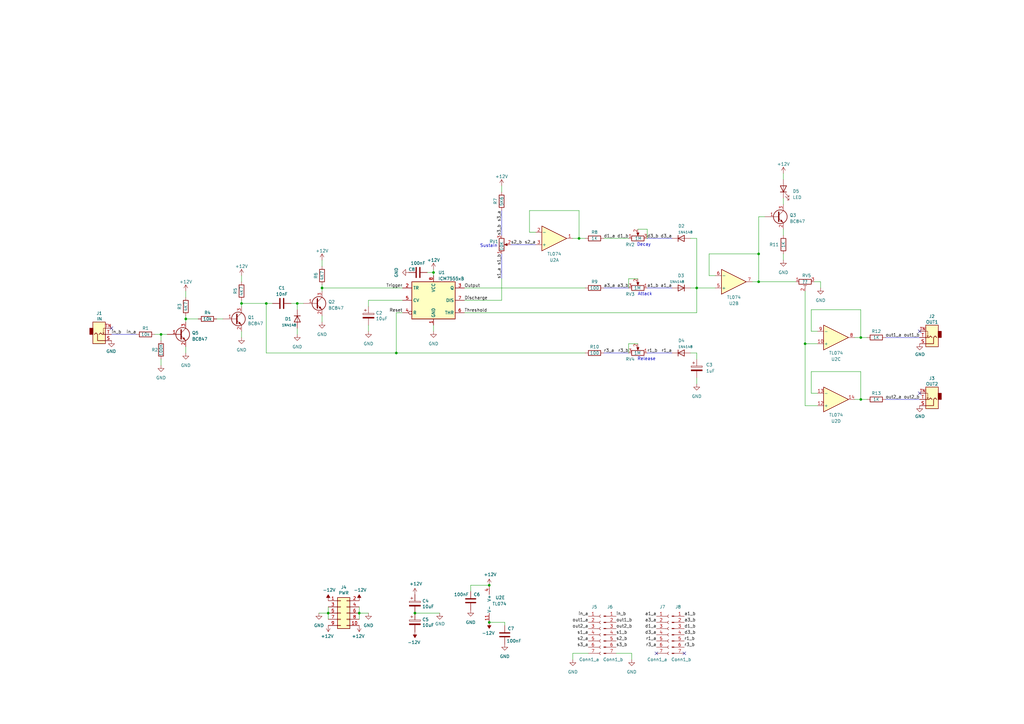
<source format=kicad_sch>
(kicad_sch (version 20230121) (generator eeschema)
  (paper "A3")
  (lib_symbols
    (symbol "Amplifier_Operational:TL074" (pin_names (offset 0.127))
      (property "Reference" "U" (at 0 5.08 0))
      (property "Value" "TL074" (at 0 -5.08 0))
      (symbol "TL074_1_1"
        (polyline (pts (xy -5.08 5.08) (xy 5.08 0) (xy -5.08 -5.08) (xy -5.08 5.08)) (stroke (width 0.254)) (fill (type background)))
        (pin output line (at 7.62 0 180) (length 2.54) (name "~") (number "1"))
        (pin input line (at -7.62 -2.54 0) (length 2.54) (name "-") (number "2"))
        (pin input line (at -7.62 2.54 0) (length 2.54) (name "+") (number "3"))
      )
      (symbol "TL074_2_1"
        (polyline (pts (xy -5.08 5.08) (xy 5.08 0) (xy -5.08 -5.08) (xy -5.08 5.08)) (stroke (width 0.254)) (fill (type background)))
        (pin input line (at -7.62 2.54 0) (length 2.54) (name "+") (number "5"))
        (pin input line (at -7.62 -2.54 0) (length 2.54) (name "-") (number "6"))
        (pin output line (at 7.62 0 180) (length 2.54) (name "~") (number "7"))
      )
      (symbol "TL074_3_1"
        (polyline (pts (xy -5.08 5.08) (xy 5.08 0) (xy -5.08 -5.08) (xy -5.08 5.08)) (stroke (width 0.254)) (fill (type background)))
        (pin input line (at -7.62 2.54 0) (length 2.54) (name "+") (number "10"))
        (pin output line (at 7.62 0 180) (length 2.54) (name "~") (number "8"))
        (pin input line (at -7.62 -2.54 0) (length 2.54) (name "-") (number "9"))
      )
      (symbol "TL074_4_1"
        (polyline (pts (xy -5.08 5.08) (xy 5.08 0) (xy -5.08 -5.08) (xy -5.08 5.08)) (stroke (width 0.254)) (fill (type background)))
        (pin input line (at -7.62 2.54 0) (length 2.54) (name "+") (number "12"))
        (pin input line (at -7.62 -2.54 0) (length 2.54) (name "-") (number "13"))
        (pin output line (at 7.62 0 180) (length 2.54) (name "~") (number "14"))
      )
      (symbol "TL074_5_1"
        (pin power_in line (at -2.54 -7.62 90) (length 3.81) (name "V-") (number "11"))
        (pin power_in line (at -2.54 7.62 270) (length 3.81) (name "V+") (number "4"))
      )
    )
    (symbol "CEM3340_VCO-rescue:AudioJack2_SwitchT-Connector"
      (property "Reference" "J" (at 0 8.89 0))
      (property "Value" "Connector_AudioJack2_SwitchT" (at 0 6.35 0))
      (symbol "AudioJack2_SwitchT-Connector_0_1"
        (rectangle (start -2.54 0) (end -3.81 -2.54) (stroke (width 0.254)) (fill (type outline)))
        (polyline (pts (xy 1.778 -0.254) (xy 2.032 -0.762)))
        (polyline (pts (xy 0 0) (xy 0.635 -0.635) (xy 1.27 0) (xy 2.54 0)) (stroke (width 0.254)))
        (polyline (pts (xy 2.54 -2.54) (xy 1.778 -2.54) (xy 1.778 -0.254) (xy 1.524 -0.762)))
        (polyline (pts (xy 2.54 2.54) (xy -0.635 2.54) (xy -0.635 0) (xy -1.27 -0.635) (xy -1.905 0)) (stroke (width 0.254)))
        (rectangle (start 2.54 3.81) (end -2.54 -5.08) (stroke (width 0.254)) (fill (type background)))
      )
      (symbol "AudioJack2_SwitchT-Connector_1_1"
        (pin passive line (at 5.08 2.54 180) (length 2.54) (name "~") (number "S"))
        (pin passive line (at 5.08 0 180) (length 2.54) (name "~") (number "T"))
        (pin passive line (at 5.08 -2.54 180) (length 2.54) (name "~") (number "TN"))
      )
    )
    (symbol "CEM3340_VCO-rescue:CP-Device" (pin_numbers hide) (pin_names (offset 0.254))
      (property "Reference" "C" (at 0.635 2.54 0))
      (property "Value" "Device_CP" (at 0.635 -2.54 0))
      (symbol "CP-Device_0_1"
        (rectangle (start -2.286 0.508) (end 2.286 1.016))
        (polyline (pts (xy -1.778 2.286) (xy -0.762 2.286)))
        (polyline (pts (xy -1.27 2.794) (xy -1.27 1.778)))
        (rectangle (start 2.286 -0.508) (end -2.286 -1.016) (fill (type outline)))
      )
      (symbol "CP-Device_1_1"
        (pin passive line (at 0 3.81 270) (length 2.794) (name "~") (number "1"))
        (pin passive line (at 0 -3.81 90) (length 2.794) (name "~") (number "2"))
      )
    )
    (symbol "CEM3340_VCO-rescue:R_POT_TRIM-Device" (pin_names (offset 1.016) hide)
      (property "Reference" "RV" (at -4.445 0 90))
      (property "Value" "Device_R_POT_TRIM" (at -2.54 0 90))
      (symbol "R_POT_TRIM-Device_0_1"
        (polyline (pts (xy 1.524 0.762) (xy 1.524 -0.762)))
        (polyline (pts (xy 2.54 0) (xy 1.524 0)))
        (rectangle (start 1.016 2.54) (end -1.016 -2.54) (stroke (width 0.254)))
      )
      (symbol "R_POT_TRIM-Device_1_1"
        (pin passive line (at 0 3.81 270) (length 1.27) (name "1") (number "1"))
        (pin passive line (at 3.81 0 180) (length 1.27) (name "2") (number "2"))
        (pin passive line (at 0 -3.81 90) (length 1.27) (name "3") (number "3"))
      )
    )
    (symbol "Connector:Conn_01x07_Pin" (pin_names (offset 1.016) hide)
      (property "Reference" "J" (at 0 10.16 0))
      (property "Value" "Conn_01x07_Pin" (at 0 -10.16 0))
      (symbol "Conn_01x07_Pin_1_1"
        (polyline (pts (xy 1.27 -7.62) (xy 0.8636 -7.62)) (stroke (width 0.1524)))
        (polyline (pts (xy 1.27 -5.08) (xy 0.8636 -5.08)) (stroke (width 0.1524)))
        (polyline (pts (xy 1.27 -2.54) (xy 0.8636 -2.54)) (stroke (width 0.1524)))
        (polyline (pts (xy 1.27 0) (xy 0.8636 0)) (stroke (width 0.1524)))
        (polyline (pts (xy 1.27 2.54) (xy 0.8636 2.54)) (stroke (width 0.1524)))
        (polyline (pts (xy 1.27 5.08) (xy 0.8636 5.08)) (stroke (width 0.1524)))
        (polyline (pts (xy 1.27 7.62) (xy 0.8636 7.62)) (stroke (width 0.1524)))
        (rectangle (start 0.8636 -7.493) (end 0 -7.747) (stroke (width 0.1524)) (fill (type outline)))
        (rectangle (start 0.8636 -4.953) (end 0 -5.207) (stroke (width 0.1524)) (fill (type outline)))
        (rectangle (start 0.8636 -2.413) (end 0 -2.667) (stroke (width 0.1524)) (fill (type outline)))
        (rectangle (start 0.8636 0.127) (end 0 -0.127) (stroke (width 0.1524)) (fill (type outline)))
        (rectangle (start 0.8636 2.667) (end 0 2.413) (stroke (width 0.1524)) (fill (type outline)))
        (rectangle (start 0.8636 5.207) (end 0 4.953) (stroke (width 0.1524)) (fill (type outline)))
        (rectangle (start 0.8636 7.747) (end 0 7.493) (stroke (width 0.1524)) (fill (type outline)))
        (pin passive line (at 5.08 7.62 180) (length 3.81) (name "Pin_1") (number "1"))
        (pin passive line (at 5.08 5.08 180) (length 3.81) (name "Pin_2") (number "2"))
        (pin passive line (at 5.08 2.54 180) (length 3.81) (name "Pin_3") (number "3"))
        (pin passive line (at 5.08 0 180) (length 3.81) (name "Pin_4") (number "4"))
        (pin passive line (at 5.08 -2.54 180) (length 3.81) (name "Pin_5") (number "5"))
        (pin passive line (at 5.08 -5.08 180) (length 3.81) (name "Pin_6") (number "6"))
        (pin passive line (at 5.08 -7.62 180) (length 3.81) (name "Pin_7") (number "7"))
      )
    )
    (symbol "Connector:Conn_01x07_Socket" (pin_names (offset 1.016) hide)
      (property "Reference" "J" (at 0 10.16 0))
      (property "Value" "Conn_01x07_Socket" (at 0 -10.16 0))
      (symbol "Conn_01x07_Socket_1_1"
        (arc (start 0 -7.112) (mid -0.5058 -7.62) (end 0 -8.128) (stroke (width 0.1524)))
        (arc (start 0 -4.572) (mid -0.5058 -5.08) (end 0 -5.588) (stroke (width 0.1524)))
        (arc (start 0 -2.032) (mid -0.5058 -2.54) (end 0 -3.048) (stroke (width 0.1524)))
        (polyline (pts (xy -1.27 -7.62) (xy -0.508 -7.62)) (stroke (width 0.1524)))
        (polyline (pts (xy -1.27 -5.08) (xy -0.508 -5.08)) (stroke (width 0.1524)))
        (polyline (pts (xy -1.27 -2.54) (xy -0.508 -2.54)) (stroke (width 0.1524)))
        (polyline (pts (xy -1.27 0) (xy -0.508 0)) (stroke (width 0.1524)))
        (polyline (pts (xy -1.27 2.54) (xy -0.508 2.54)) (stroke (width 0.1524)))
        (polyline (pts (xy -1.27 5.08) (xy -0.508 5.08)) (stroke (width 0.1524)))
        (polyline (pts (xy -1.27 7.62) (xy -0.508 7.62)) (stroke (width 0.1524)))
        (arc (start 0 0.508) (mid -0.5058 0) (end 0 -0.508) (stroke (width 0.1524)))
        (arc (start 0 3.048) (mid -0.5058 2.54) (end 0 2.032) (stroke (width 0.1524)))
        (arc (start 0 5.588) (mid -0.5058 5.08) (end 0 4.572) (stroke (width 0.1524)))
        (arc (start 0 8.128) (mid -0.5058 7.62) (end 0 7.112) (stroke (width 0.1524)))
        (pin passive line (at -5.08 7.62 0) (length 3.81) (name "Pin_1") (number "1"))
        (pin passive line (at -5.08 5.08 0) (length 3.81) (name "Pin_2") (number "2"))
        (pin passive line (at -5.08 2.54 0) (length 3.81) (name "Pin_3") (number "3"))
        (pin passive line (at -5.08 0 0) (length 3.81) (name "Pin_4") (number "4"))
        (pin passive line (at -5.08 -2.54 0) (length 3.81) (name "Pin_5") (number "5"))
        (pin passive line (at -5.08 -5.08 0) (length 3.81) (name "Pin_6") (number "6"))
        (pin passive line (at -5.08 -7.62 0) (length 3.81) (name "Pin_7") (number "7"))
      )
    )
    (symbol "Connector_Generic:Conn_02x05_Odd_Even" (pin_names (offset 1.016) hide)
      (property "Reference" "J" (at 1.27 7.62 0))
      (property "Value" "Conn_02x05_Odd_Even" (at 1.27 -7.62 0))
      (symbol "Conn_02x05_Odd_Even_1_1"
        (rectangle (start -1.27 -4.953) (end 0 -5.207) (stroke (width 0.1524)))
        (rectangle (start -1.27 -2.413) (end 0 -2.667) (stroke (width 0.1524)))
        (rectangle (start -1.27 0.127) (end 0 -0.127) (stroke (width 0.1524)))
        (rectangle (start -1.27 2.667) (end 0 2.413) (stroke (width 0.1524)))
        (rectangle (start -1.27 5.207) (end 0 4.953) (stroke (width 0.1524)))
        (rectangle (start -1.27 6.35) (end 3.81 -6.35) (stroke (width 0.254)) (fill (type background)))
        (rectangle (start 3.81 -4.953) (end 2.54 -5.207) (stroke (width 0.1524)))
        (rectangle (start 3.81 -2.413) (end 2.54 -2.667) (stroke (width 0.1524)))
        (rectangle (start 3.81 0.127) (end 2.54 -0.127) (stroke (width 0.1524)))
        (rectangle (start 3.81 2.667) (end 2.54 2.413) (stroke (width 0.1524)))
        (rectangle (start 3.81 5.207) (end 2.54 4.953) (stroke (width 0.1524)))
        (pin passive line (at -5.08 5.08 0) (length 3.81) (name "Pin_1") (number "1"))
        (pin passive line (at 7.62 -5.08 180) (length 3.81) (name "Pin_10") (number "10"))
        (pin passive line (at 7.62 5.08 180) (length 3.81) (name "Pin_2") (number "2"))
        (pin passive line (at -5.08 2.54 0) (length 3.81) (name "Pin_3") (number "3"))
        (pin passive line (at 7.62 2.54 180) (length 3.81) (name "Pin_4") (number "4"))
        (pin passive line (at -5.08 0 0) (length 3.81) (name "Pin_5") (number "5"))
        (pin passive line (at 7.62 0 180) (length 3.81) (name "Pin_6") (number "6"))
        (pin passive line (at -5.08 -2.54 0) (length 3.81) (name "Pin_7") (number "7"))
        (pin passive line (at 7.62 -2.54 180) (length 3.81) (name "Pin_8") (number "8"))
        (pin passive line (at -5.08 -5.08 0) (length 3.81) (name "Pin_9") (number "9"))
      )
    )
    (symbol "Device:C" (pin_numbers hide) (pin_names (offset 0.254))
      (property "Reference" "C" (at 0.635 2.54 0))
      (property "Value" "C" (at 0.635 -2.54 0))
      (symbol "C_0_1"
        (polyline (pts (xy -2.032 -0.762) (xy 2.032 -0.762)) (stroke (width 0.508)))
        (polyline (pts (xy -2.032 0.762) (xy 2.032 0.762)) (stroke (width 0.508)))
      )
      (symbol "C_1_1"
        (pin passive line (at 0 3.81 270) (length 2.794) (name "~") (number "1"))
        (pin passive line (at 0 -3.81 90) (length 2.794) (name "~") (number "2"))
      )
    )
    (symbol "Device:C_Polarized" (pin_numbers hide) (pin_names (offset 0.254))
      (property "Reference" "C" (at 0.635 2.54 0))
      (property "Value" "C_Polarized" (at 0.635 -2.54 0))
      (symbol "C_Polarized_0_1"
        (rectangle (start -2.286 0.508) (end 2.286 1.016))
        (polyline (pts (xy -1.778 2.286) (xy -0.762 2.286)))
        (polyline (pts (xy -1.27 2.794) (xy -1.27 1.778)))
        (rectangle (start 2.286 -0.508) (end -2.286 -1.016) (fill (type outline)))
      )
      (symbol "C_Polarized_1_1"
        (pin passive line (at 0 3.81 270) (length 2.794) (name "~") (number "1"))
        (pin passive line (at 0 -3.81 90) (length 2.794) (name "~") (number "2"))
      )
    )
    (symbol "Device:LED" (pin_numbers hide) (pin_names (offset 1.016) hide)
      (property "Reference" "D" (at 0 2.54 0))
      (property "Value" "LED" (at 0 -2.54 0))
      (symbol "LED_0_1"
        (polyline (pts (xy -1.27 -1.27) (xy -1.27 1.27)) (stroke (width 0.254)))
        (polyline (pts (xy -1.27 0) (xy 1.27 0)))
        (polyline (pts (xy 1.27 -1.27) (xy 1.27 1.27) (xy -1.27 0) (xy 1.27 -1.27)) (stroke (width 0.254)))
        (polyline (pts (xy -3.048 -0.762) (xy -4.572 -2.286) (xy -3.81 -2.286) (xy -4.572 -2.286) (xy -4.572 -1.524)))
        (polyline (pts (xy -1.778 -0.762) (xy -3.302 -2.286) (xy -2.54 -2.286) (xy -3.302 -2.286) (xy -3.302 -1.524)))
      )
      (symbol "LED_1_1"
        (pin passive line (at -3.81 0 0) (length 2.54) (name "K") (number "1"))
        (pin passive line (at 3.81 0 180) (length 2.54) (name "A") (number "2"))
      )
    )
    (symbol "Device:R" (pin_numbers hide) (pin_names (offset 0))
      (property "Reference" "R" (at 2.032 0 90))
      (property "Value" "R" (at 0 0 90))
      (symbol "R_0_1"
        (rectangle (start -1.016 -2.54) (end 1.016 2.54) (stroke (width 0.254)))
      )
      (symbol "R_1_1"
        (pin passive line (at 0 3.81 270) (length 1.27) (name "~") (number "1"))
        (pin passive line (at 0 -3.81 90) (length 1.27) (name "~") (number "2"))
      )
    )
    (symbol "Device:R_Potentiometer" (pin_names (offset 1.016) hide)
      (property "Reference" "RV" (at -4.445 0 90))
      (property "Value" "R_Potentiometer" (at -2.54 0 90))
      (symbol "R_Potentiometer_0_1"
        (polyline (pts (xy 2.54 0) (xy 1.524 0)))
        (polyline (pts (xy 1.143 0) (xy 2.286 0.508) (xy 2.286 -0.508) (xy 1.143 0)) (fill (type outline)))
        (rectangle (start 1.016 2.54) (end -1.016 -2.54) (stroke (width 0.254)))
      )
      (symbol "R_Potentiometer_1_1"
        (pin passive line (at 0 3.81 270) (length 1.27) (name "1") (number "1"))
        (pin passive line (at 3.81 0 180) (length 1.27) (name "2") (number "2"))
        (pin passive line (at 0 -3.81 90) (length 1.27) (name "3") (number "3"))
      )
    )
    (symbol "Diode:1N4148" (pin_numbers hide) (pin_names hide)
      (property "Reference" "D" (at 0 2.54 0))
      (property "Value" "1N4148" (at 0 -2.54 0))
      (symbol "1N4148_0_1"
        (polyline (pts (xy -1.27 1.27) (xy -1.27 -1.27)) (stroke (width 0.254)))
        (polyline (pts (xy 1.27 0) (xy -1.27 0)))
        (polyline (pts (xy 1.27 1.27) (xy 1.27 -1.27) (xy -1.27 0) (xy 1.27 1.27)) (stroke (width 0.254)))
      )
      (symbol "1N4148_1_1"
        (pin passive line (at -3.81 0 0) (length 2.54) (name "K") (number "1"))
        (pin passive line (at 3.81 0 180) (length 2.54) (name "A") (number "2"))
      )
    )
    (symbol "Timer:ICM7555xB"
      (property "Reference" "U" (at -10.16 8.89 0))
      (property "Value" "ICM7555xB" (at 2.54 8.89 0))
      (symbol "ICM7555xB_0_0"
        (pin power_in line (at 0 -10.16 90) (length 2.54) (name "GND") (number "1"))
        (pin power_in line (at 0 10.16 270) (length 2.54) (name "VCC") (number "8"))
      )
      (symbol "ICM7555xB_0_1"
        (rectangle (start -8.89 -7.62) (end 8.89 7.62) (stroke (width 0.254)) (fill (type background)))
        (rectangle (start -8.89 -7.62) (end 8.89 7.62) (stroke (width 0.254)) (fill (type background)))
      )
      (symbol "ICM7555xB_1_1"
        (pin input line (at -12.7 5.08 0) (length 3.81) (name "TR") (number "2"))
        (pin output line (at 12.7 5.08 180) (length 3.81) (name "Q") (number "3"))
        (pin input inverted (at -12.7 -5.08 0) (length 3.81) (name "R") (number "4"))
        (pin input line (at -12.7 0 0) (length 3.81) (name "CV") (number "5"))
        (pin input line (at 12.7 -5.08 180) (length 3.81) (name "THR") (number "6"))
        (pin input line (at 12.7 0 180) (length 3.81) (name "DIS") (number "7"))
      )
    )
    (symbol "Transistor_BJT:BC847" (pin_names (offset 0) hide)
      (property "Reference" "Q" (at 5.08 1.905 0))
      (property "Value" "BC847" (at 5.08 0 0))
      (symbol "BC847_0_1"
        (polyline (pts (xy 0.635 0.635) (xy 2.54 2.54)))
        (polyline (pts (xy 0.635 -0.635) (xy 2.54 -2.54) (xy 2.54 -2.54)))
        (polyline (pts (xy 0.635 1.905) (xy 0.635 -1.905) (xy 0.635 -1.905)) (stroke (width 0.508)))
        (polyline (pts (xy 1.27 -1.778) (xy 1.778 -1.27) (xy 2.286 -2.286) (xy 1.27 -1.778) (xy 1.27 -1.778)) (fill (type outline)))
        (circle (center 1.27 0) (radius 2.8194) (stroke (width 0.254)))
      )
      (symbol "BC847_1_1"
        (pin input line (at -5.08 0 0) (length 5.715) (name "B") (number "1"))
        (pin passive line (at 2.54 -5.08 90) (length 2.54) (name "E") (number "2"))
        (pin passive line (at 2.54 5.08 270) (length 2.54) (name "C") (number "3"))
      )
    )
    (symbol "power:+12V" (power) (pin_names (offset 0))
      (property "Value" "+12V" (at 0 3.556 0))
      (symbol "+12V_0_1"
        (polyline (pts (xy -0.762 1.27) (xy 0 2.54)))
        (polyline (pts (xy 0 0) (xy 0 2.54)))
        (polyline (pts (xy 0 2.54) (xy 0.762 1.27)))
      )
      (symbol "+12V_1_1"
        (pin power_in line (at 0 0 90) (length 0) hide (name "+12V") (number "1"))
      )
    )
    (symbol "power:-12V" (power) (pin_names (offset 0))
      (property "Value" "-12V" (at 0 3.81 0))
      (symbol "-12V_0_0"
        (pin power_in line (at 0 0 90) (length 0) hide (name "-12V") (number "1"))
      )
      (symbol "-12V_0_1"
        (polyline (pts (xy 0 0) (xy 0 1.27) (xy 0.762 1.27) (xy 0 2.54) (xy -0.762 1.27) (xy 0 1.27)) (fill (type outline)))
      )
    )
    (symbol "power:GND" (power) (pin_names (offset 0))
      (property "Value" "GND" (at 0 -3.81 0))
      (symbol "GND_0_1"
        (polyline (pts (xy 0 0) (xy 0 -1.27) (xy 1.27 -1.27) (xy 0 -2.54) (xy -1.27 -1.27) (xy 0 -1.27)))
      )
      (symbol "GND_1_1"
        (pin power_in line (at 0 0 270) (length 0) hide (name "GND") (number "1"))
      )
    )
  )
  (junction (at 200.66 255.27))
  (junction (at 66.04 137.16))
  (junction (at 285.75 118.11))
  (junction (at 353.06 138.43))
  (junction (at 121.92 124.46))
  (junction (at 237.49 97.79))
  (junction (at 109.22 124.46))
  (junction (at 147.32 251.46))
  (junction (at 132.08 118.11))
  (junction (at 170.18 251.46))
  (junction (at 134.62 251.46))
  (junction (at 200.66 240.03))
  (junction (at 99.06 124.46))
  (junction (at 76.2 130.81))
  (junction (at 177.8 111.76))
  (junction (at 311.15 104.14))
  (junction (at 330.2 140.97))
  (junction (at 311.15 115.57))
  (junction (at 162.56 144.78))
  (junction (at 353.06 163.83))
  (no_connect (at 377.19 135.89))
  (no_connect (at 280.67 267.97))
  (no_connect (at 269.24 267.97))
  (no_connect (at 377.19 161.29))
  (no_connect (at 45.72 134.62))
  (wire (pts (xy 66.04 137.16) (xy 66.04 139.7)))
  (wire (pts (xy 285.75 97.79) (xy 285.75 118.11)))
  (wire (pts (xy 88.9 130.81) (xy 91.44 130.81)))
  (wire (pts (xy 147.32 248.92) (xy 147.32 251.46)))
  (wire (pts (xy 283.21 118.11) (xy 285.75 118.11)))
  (wire (pts (xy 257.81 140.97) (xy 257.81 144.78)))
  (wire (pts (xy 207.01 256.54) (xy 207.01 255.27)))
  (wire (pts (xy 259.08 267.97) (xy 252.73 267.97)))
  (wire (pts (xy 121.92 124.46) (xy 124.46 124.46)))
  (wire (pts (xy 237.49 97.79) (xy 240.03 97.79)))
  (wire (pts (xy 321.31 81.28) (xy 321.31 83.82)))
  (wire (pts (xy 162.56 144.78) (xy 109.22 144.78)))
  (wire (pts (xy 66.04 137.16) (xy 68.58 137.16)))
  (wire (pts (xy 134.62 251.46) (xy 130.81 251.46)))
  (polyline (pts (xy 265.43 144.78) (xy 275.59 144.78)))
  (wire (pts (xy 259.08 270.51) (xy 259.08 267.97)))
  (wire (pts (xy 285.75 128.27) (xy 285.75 118.11)))
  (wire (pts (xy 332.74 127) (xy 353.06 127)))
  (wire (pts (xy 99.06 124.46) (xy 99.06 125.73)))
  (wire (pts (xy 293.37 113.03) (xy 290.83 113.03)))
  (wire (pts (xy 330.2 140.97) (xy 330.2 166.37)))
  (wire (pts (xy 205.74 123.19) (xy 190.5 123.19)))
  (polyline (pts (xy 45.72 137.16) (xy 55.88 137.16)))
  (wire (pts (xy 132.08 106.68) (xy 132.08 109.22)))
  (wire (pts (xy 285.75 118.11) (xy 293.37 118.11)))
  (wire (pts (xy 353.06 138.43) (xy 350.52 138.43)))
  (wire (pts (xy 336.55 115.57) (xy 334.01 115.57)))
  (wire (pts (xy 219.71 95.25) (xy 217.17 95.25)))
  (wire (pts (xy 257.81 114.3) (xy 257.81 118.11)))
  (wire (pts (xy 151.13 251.46) (xy 147.32 251.46)))
  (wire (pts (xy 190.5 128.27) (xy 285.75 128.27)))
  (wire (pts (xy 151.13 133.35) (xy 151.13 135.89)))
  (wire (pts (xy 121.92 127) (xy 121.92 124.46)))
  (wire (pts (xy 285.75 154.94) (xy 285.75 157.48)))
  (wire (pts (xy 134.62 248.92) (xy 134.62 251.46)))
  (polyline (pts (xy 363.22 138.43) (xy 377.19 138.43)))
  (wire (pts (xy 311.15 88.9) (xy 311.15 104.14)))
  (polyline (pts (xy 205.74 104.14) (xy 205.74 114.3)))
  (wire (pts (xy 76.2 129.54) (xy 76.2 130.81)))
  (wire (pts (xy 99.06 113.03) (xy 99.06 115.57)))
  (wire (pts (xy 332.74 152.4) (xy 353.06 152.4)))
  (wire (pts (xy 177.8 110.49) (xy 177.8 111.76)))
  (polyline (pts (xy 247.65 144.78) (xy 257.81 144.78)))
  (wire (pts (xy 290.83 113.03) (xy 290.83 104.14)))
  (wire (pts (xy 353.06 152.4) (xy 353.06 163.83)))
  (wire (pts (xy 311.15 104.14) (xy 311.15 115.57)))
  (wire (pts (xy 205.74 114.3) (xy 205.74 123.19)))
  (wire (pts (xy 207.01 255.27) (xy 200.66 255.27)))
  (wire (pts (xy 330.2 119.38) (xy 330.2 140.97)))
  (wire (pts (xy 335.28 135.89) (xy 332.74 135.89)))
  (wire (pts (xy 165.1 128.27) (xy 162.56 128.27)))
  (polyline (pts (xy 363.22 163.83) (xy 377.19 163.83)))
  (wire (pts (xy 321.31 93.98) (xy 321.31 96.52)))
  (wire (pts (xy 99.06 135.89) (xy 99.06 138.43)))
  (wire (pts (xy 290.83 104.14) (xy 311.15 104.14)))
  (wire (pts (xy 285.75 144.78) (xy 283.21 144.78)))
  (wire (pts (xy 180.34 251.46) (xy 170.18 251.46)))
  (wire (pts (xy 237.49 97.79) (xy 234.95 97.79)))
  (wire (pts (xy 147.32 254) (xy 147.32 251.46)))
  (wire (pts (xy 237.49 86.36) (xy 237.49 97.79)))
  (wire (pts (xy 151.13 123.19) (xy 165.1 123.19)))
  (wire (pts (xy 332.74 135.89) (xy 332.74 127)))
  (wire (pts (xy 217.17 95.25) (xy 217.17 86.36)))
  (wire (pts (xy 330.2 140.97) (xy 335.28 140.97)))
  (wire (pts (xy 63.5 137.16) (xy 66.04 137.16)))
  (wire (pts (xy 335.28 161.29) (xy 332.74 161.29)))
  (wire (pts (xy 321.31 104.14) (xy 321.31 106.68)))
  (wire (pts (xy 121.92 124.46) (xy 119.38 124.46)))
  (wire (pts (xy 109.22 144.78) (xy 109.22 124.46)))
  (wire (pts (xy 99.06 123.19) (xy 99.06 124.46)))
  (wire (pts (xy 205.74 76.2) (xy 205.74 78.74)))
  (wire (pts (xy 132.08 118.11) (xy 132.08 119.38)))
  (wire (pts (xy 261.62 93.98) (xy 265.43 93.98)))
  (wire (pts (xy 353.06 163.83) (xy 350.52 163.83)))
  (wire (pts (xy 311.15 115.57) (xy 308.61 115.57)))
  (wire (pts (xy 353.06 163.83) (xy 355.6 163.83)))
  (wire (pts (xy 265.43 93.98) (xy 265.43 97.79)))
  (wire (pts (xy 151.13 125.73) (xy 151.13 123.19)))
  (polyline (pts (xy 265.43 118.11) (xy 275.59 118.11)))
  (wire (pts (xy 234.95 270.51) (xy 234.95 267.97)))
  (wire (pts (xy 66.04 147.32) (xy 66.04 149.86)))
  (wire (pts (xy 76.2 142.24) (xy 76.2 144.78)))
  (wire (pts (xy 162.56 144.78) (xy 240.03 144.78)))
  (wire (pts (xy 76.2 130.81) (xy 81.28 130.81)))
  (wire (pts (xy 132.08 118.11) (xy 165.1 118.11)))
  (wire (pts (xy 217.17 86.36) (xy 237.49 86.36)))
  (wire (pts (xy 162.56 128.27) (xy 162.56 144.78)))
  (wire (pts (xy 99.06 124.46) (xy 109.22 124.46)))
  (wire (pts (xy 285.75 147.32) (xy 285.75 144.78)))
  (wire (pts (xy 247.65 97.79) (xy 257.81 97.79)))
  (wire (pts (xy 190.5 118.11) (xy 240.03 118.11)))
  (wire (pts (xy 330.2 166.37) (xy 335.28 166.37)))
  (wire (pts (xy 200.66 240.03) (xy 193.04 240.03)))
  (wire (pts (xy 261.62 140.97) (xy 257.81 140.97)))
  (wire (pts (xy 193.04 240.03) (xy 193.04 242.57)))
  (polyline (pts (xy 209.55 100.33) (xy 219.71 100.33)))
  (wire (pts (xy 336.55 118.11) (xy 336.55 115.57)))
  (wire (pts (xy 76.2 130.81) (xy 76.2 132.08)))
  (wire (pts (xy 132.08 116.84) (xy 132.08 118.11)))
  (wire (pts (xy 261.62 114.3) (xy 257.81 114.3)))
  (wire (pts (xy 321.31 71.12) (xy 321.31 73.66)))
  (polyline (pts (xy 205.74 86.36) (xy 205.74 96.52)))
  (wire (pts (xy 109.22 124.46) (xy 111.76 124.46)))
  (wire (pts (xy 132.08 129.54) (xy 132.08 132.08)))
  (wire (pts (xy 121.92 134.62) (xy 121.92 137.16)))
  (wire (pts (xy 353.06 127) (xy 353.06 138.43)))
  (polyline (pts (xy 247.65 118.11) (xy 257.81 118.11)))
  (wire (pts (xy 76.2 119.38) (xy 76.2 121.92)))
  (wire (pts (xy 134.62 254) (xy 134.62 251.46)))
  (polyline (pts (xy 265.43 97.79) (xy 275.59 97.79)))
  (wire (pts (xy 177.8 111.76) (xy 177.8 113.03)))
  (wire (pts (xy 311.15 115.57) (xy 326.39 115.57)))
  (wire (pts (xy 311.15 88.9) (xy 313.69 88.9)))
  (wire (pts (xy 177.8 133.35) (xy 177.8 135.89)))
  (wire (pts (xy 353.06 138.43) (xy 355.6 138.43)))
  (wire (pts (xy 234.95 267.97) (xy 241.3 267.97)))
  (wire (pts (xy 332.74 161.29) (xy 332.74 152.4)))
  (wire (pts (xy 177.8 111.76) (xy 175.26 111.76)))
  (wire (pts (xy 283.21 97.79) (xy 285.75 97.79)))
  (text "Attack" (at 261.5311 121.3985 0) (effects (font (size 1.27 1.27)) (justify left bottom)))
  (text "Release" (at 261.3863 148.0291 0) (effects (font (size 1.27 1.27)) (justify left bottom)))
  (text "Decay" (at 261.2273 101.1182 0) (effects (font (size 1.27 1.27)) (justify left bottom)))
  (text "Sustain" (at 196.85 101.6 0) (effects (font (size 1.27 1.27)) (justify left bottom)))
  (label "a3_a" (at 269.24 255.27 180))
  (label "in_a" (at 55.88 137.16 180))
  (label "d3_b" (at 265.43 97.79 0))
  (label "in_a" (at 241.3 252.73 180))
  (label "s2_b" (at 209.55 100.33 0))
  (label "s1_a" (at 205.74 114.3 90))
  (label "Trigger" (at 165.1 118.11 180))
  (label "out1_b" (at 377.19 138.43 180))
  (label "d3_b" (at 280.67 260.35 0))
  (label "s3_b" (at 252.73 265.43 0))
  (label "s1_b" (at 205.74 104.14 270))
  (label "Reset" (at 165.1 128.27 180))
  (label "d3_a" (at 269.24 260.35 180))
  (label "a3_a" (at 247.65 118.11 0))
  (label "d3_a" (at 275.59 97.79 180))
  (label "a1_b" (at 265.43 118.11 0))
  (label "Threshold" (at 190.5 128.27 0))
  (label "s3_a" (at 205.74 86.36 270))
  (label "r1_a" (at 269.24 262.89 180))
  (label "Output" (at 190.5 118.11 0))
  (label "Discharge" (at 190.5 123.19 0))
  (label "d1_b" (at 280.67 257.81 0))
  (label "s2_b" (at 252.73 262.89 0))
  (label "r3_a" (at 247.65 144.78 0))
  (label "out1_a" (at 241.3 255.27 180))
  (label "s2_a" (at 241.3 262.89 180))
  (label "r1_a" (at 275.59 144.78 180))
  (label "r3_b" (at 257.81 144.78 180))
  (label "d1_b" (at 257.81 97.79 180))
  (label "s3_b" (at 205.74 96.52 90))
  (label "s2_a" (at 219.71 100.33 180))
  (label "r1_b" (at 280.67 262.89 0))
  (label "r3_b" (at 280.67 265.43 0))
  (label "in_b" (at 45.72 137.16 0))
  (label "in_b" (at 252.73 252.73 0))
  (label "out2_b" (at 252.73 257.81 0))
  (label "r1_b" (at 265.43 144.78 0))
  (label "d1_a" (at 269.24 257.81 180))
  (label "out2_a" (at 363.22 163.83 0))
  (label "a1_a" (at 269.24 252.73 180))
  (label "s3_a" (at 241.3 265.43 180))
  (label "a3_b" (at 280.67 255.27 0))
  (label "a1_b" (at 280.67 252.73 0))
  (label "s1_a" (at 241.3 260.35 180))
  (label "r3_a" (at 269.24 265.43 180))
  (label "s1_b" (at 252.73 260.35 0))
  (label "out2_b" (at 377.19 163.83 180))
  (label "out2_a" (at 241.3 257.81 180))
  (label "d1_a" (at 247.65 97.79 0))
  (label "out1_b" (at 252.73 255.27 0))
  (label "a3_b" (at 257.81 118.11 180))
  (label "out1_a" (at 363.22 138.43 0))
  (label "a1_a" (at 275.59 118.11 180))
  (symbol (lib_id "power:+12V") (at 99.06 113.03 0) (unit 1)
    (property "Reference" "#PWR05" (effects hide))
    (property "Value" "+12V" (at 99.06 109.22 0))
  )
  (symbol (lib_id "power:GND") (at 151.13 251.46 0) (unit 1)
    (property "Reference" "#PWR025" (effects hide))
    (property "Value" "GND" (at 151.13 256.54 0))
  )
  (symbol (lib_id "power:-12V") (at 200.66 255.27 180) (unit 1)
    (property "Reference" "#PWR030" (effects hide))
    (property "Value" "-12V" (at 200.279 259.6642 0))
  )
  (symbol (lib_id "power:GND") (at 259.08 270.51 0) (mirror y) (unit 1)
    (property "Reference" "#PWR034" (effects hide))
    (property "Value" "GND" (at 259.08 275.59 0))
  )
  (symbol (lib_id "Device:R") (at 359.41 138.43 270) (unit 1)
    (property "Reference" "R12" (at 359.41 135.89 90))
    (property "Value" "1K" (at 359.41 138.43 90))
    (property "Footprint" "Resistor_SMD:R_0603_1608Metric" (effects hide))
    (property "LCSC" "C21190" (effects hide))
  )
  (symbol (lib_id "Device:R_Potentiometer") (at 205.74 100.33 0) (mirror x) (unit 1)
    (property "Reference" "RV1" (at 204.47 99.06 0) (effects (justify right)))
    (property "Value" "10K" (at 205.74 102.87 90) (effects (justify right)))
    (property "Footprint" "Potentiometer_THT:Potentiometer_Alpha_RD901F-40-00D_Single_Vertical" (effects hide))
  )
  (symbol (lib_id "power:GND") (at 377.19 166.37 0) (unit 1)
    (property "Reference" "#PWR018" (effects hide))
    (property "Value" "GND" (at 377.317 170.7642 0))
  )
  (symbol (lib_id "Transistor_BJT:BC847") (at 129.54 124.46 0) (unit 1)
    (property "Reference" "Q2" (at 134.62 123.825 0) (effects (justify left)))
    (property "Value" "BC847" (at 134.62 126.365 0) (effects (justify left)))
    (property "Footprint" "Package_TO_SOT_SMD:SOT-23" (effects hide))
    (property "Datasheet" "http://www.infineon.com/dgdl/Infineon-BC847SERIES_BC848SERIES_BC849SERIES_BC850SERIES-DS-v01_01-en.pdf?fileId=db3a304314dca389011541d4630a1657" (effects hide))
    (property "LCSC" "C545561" (effects hide))
  )
  (symbol (lib_id "Device:R") (at 66.04 143.51 0) (unit 1)
    (property "Reference" "R2" (at 63.5 143.51 0))
    (property "Value" "100K" (at 66.04 143.51 90))
    (property "Footprint" "Resistor_SMD:R_0603_1608Metric" (effects hide))
    (property "LCSC" "C25803" (effects hide))
  )
  (symbol (lib_id "power:GND") (at 66.04 149.86 0) (unit 1)
    (property "Reference" "#PWR02" (effects hide))
    (property "Value" "GND" (at 66.04 154.94 0))
  )
  (symbol (lib_id "power:+12V") (at 205.74 76.2 0) (unit 1)
    (property "Reference" "#PWR013" (effects hide))
    (property "Value" "+12V" (at 205.74 72.39 0))
  )
  (symbol (lib_id "Device:R") (at 132.08 113.03 0) (unit 1)
    (property "Reference" "R6" (at 129.54 113.03 90))
    (property "Value" "4K7" (at 132.08 113.03 90))
    (property "Footprint" "Resistor_SMD:R_0603_1608Metric" (effects hide))
    (property "LCSC" "C23162" (effects hide))
  )
  (symbol (lib_id "power:GND") (at 207.01 264.16 0) (unit 1)
    (property "Reference" "#PWR031" (effects hide))
    (property "Value" "GND" (at 207.01 269.24 0))
  )
  (symbol (lib_id "power:+12V") (at 170.18 243.84 0) (unit 1)
    (property "Reference" "#PWR020" (effects hide))
    (property "Value" "+12V" (at 170.561 239.4458 0))
  )
  (symbol (lib_id "Amplifier_Operational:TL074") (at 342.9 138.43 0) (mirror x) (unit 3)
    (property "Reference" "U2" (at 342.9 147.32 0))
    (property "Value" "TL074" (at 342.9 144.78 0))
    (property "Footprint" "Package_SO:SOIC-14_3.9x8.7mm_P1.27mm" (effects hide))
    (property "Datasheet" "http://www.ti.com/lit/ds/symlink/tl071.pdf" (effects hide))
  )
  (symbol (lib_id "Device:R") (at 243.84 118.11 270) (unit 1)
    (property "Reference" "R9" (at 243.84 115.57 90))
    (property "Value" "100" (at 243.84 118.11 90))
    (property "Footprint" "Resistor_SMD:R_0603_1608Metric" (effects hide))
    (property "LCSC" "C22775" (effects hide))
  )
  (symbol (lib_id "power:GND") (at 234.95 270.51 0) (unit 1)
    (property "Reference" "#PWR033" (effects hide))
    (property "Value" "GND" (at 234.95 275.59 0))
  )
  (symbol (lib_id "power:GND") (at 167.64 111.76 270) (unit 1)
    (property "Reference" "#PWR032" (effects hide))
    (property "Value" "GND" (at 162.56 111.76 0))
  )
  (symbol (lib_id "Transistor_BJT:BC847") (at 96.52 130.81 0) (unit 1)
    (property "Reference" "Q1" (at 101.6 130.175 0) (effects (justify left)))
    (property "Value" "BC847" (at 101.6 132.715 0) (effects (justify left)))
    (property "Footprint" "Package_TO_SOT_SMD:SOT-23" (effects hide))
    (property "Datasheet" "http://www.infineon.com/dgdl/Infineon-BC847SERIES_BC848SERIES_BC849SERIES_BC850SERIES-DS-v01_01-en.pdf?fileId=db3a304314dca389011541d4630a1657" (effects hide))
    (property "LCSC" "C545561" (effects hide))
  )
  (symbol (lib_id "CEM3340_VCO-rescue:CP-Device") (at 151.13 129.54 0) (unit 1)
    (property "Reference" "C2" (at 154.1272 128.3716 0) (effects (justify left)))
    (property "Value" "10uF" (at 154.1272 130.683 0) (effects (justify left)))
    (property "Footprint" "Capacitor_SMD:CP_Elec_6.3x5.4" (effects hide))
    (property "LCSC" "C5221839" (effects hide))
  )
  (symbol (lib_id "power:+12V") (at 132.08 106.68 0) (unit 1)
    (property "Reference" "#PWR08" (effects hide))
    (property "Value" "+12V" (at 132.08 102.87 0))
  )
  (symbol (lib_id "Device:R_Potentiometer") (at 261.62 97.79 90) (unit 1)
    (property "Reference" "RV2" (at 256.54 100.33 90) (effects (justify right)))
    (property "Value" "1M" (at 260.35 97.79 90) (effects (justify right)))
    (property "Footprint" "Potentiometer_THT:Potentiometer_Alpha_RD901F-40-00D_Single_Vertical" (effects hide))
  )
  (symbol (lib_id "power:GND") (at 121.92 137.16 0) (unit 1)
    (property "Reference" "#PWR07" (effects hide))
    (property "Value" "GND" (at 121.92 142.24 0))
  )
  (symbol (lib_id "power:+12V") (at 200.66 240.03 0) (unit 1)
    (property "Reference" "#PWR028" (effects hide))
    (property "Value" "+12V" (at 201.041 235.6358 0))
  )
  (symbol (lib_id "power:+12V") (at 321.31 71.12 0) (unit 1)
    (property "Reference" "#PWR014" (effects hide))
    (property "Value" "+12V" (at 321.31 67.31 0))
  )
  (symbol (lib_id "Amplifier_Operational:TL074") (at 227.33 97.79 0) (mirror x) (unit 1)
    (property "Reference" "U2" (at 227.33 106.68 0))
    (property "Value" "TL074" (at 227.33 104.14 0))
    (property "Footprint" "Package_SO:SOIC-14_3.9x8.7mm_P1.27mm" (effects hide))
    (property "Datasheet" "http://www.ti.com/lit/ds/symlink/tl071.pdf" (effects hide))
  )
  (symbol (lib_id "power:GND") (at 151.13 135.89 0) (unit 1)
    (property "Reference" "#PWR012" (effects hide))
    (property "Value" "GND" (at 151.13 140.97 0))
  )
  (symbol (lib_id "power:GND") (at 377.19 140.97 0) (unit 1)
    (property "Reference" "#PWR017" (effects hide))
    (property "Value" "GND" (at 377.317 145.3642 0))
  )
  (symbol (lib_id "Device:R") (at 99.06 119.38 0) (unit 1)
    (property "Reference" "R5" (at 96.52 119.38 90))
    (property "Value" "4K7" (at 99.06 119.38 90))
    (property "Footprint" "Resistor_SMD:R_0603_1608Metric" (effects hide))
    (property "LCSC" "C23162" (effects hide))
  )
  (symbol (lib_id "power:GND") (at 193.04 250.19 0) (unit 1)
    (property "Reference" "#PWR029" (effects hide))
    (property "Value" "GND" (at 193.04 255.27 0))
  )
  (symbol (lib_id "power:GND") (at 180.34 251.46 0) (unit 1)
    (property "Reference" "#PWR021" (effects hide))
    (property "Value" "GND" (at 180.467 255.8542 0))
  )
  (symbol (lib_id "power:-12V") (at 170.18 259.08 180) (unit 1)
    (property "Reference" "#PWR022" (effects hide))
    (property "Value" "-12V" (at 169.799 263.4742 0))
  )
  (symbol (lib_id "CEM3340_VCO-rescue:R_POT_TRIM-Device") (at 330.2 115.57 90) (mirror x) (unit 1)
    (property "Reference" "RV5" (at 328.93 113.03 90) (effects (justify right)))
    (property "Value" "??" (at 328.93 115.57 90) (effects (justify right)))
    (property "Footprint" "Potentiometer_THT:Potentiometer_Bourns_3296W_Vertical" (effects hide))
  )
  (symbol (lib_id "Connector_Generic:Conn_02x05_Odd_Even") (at 139.7 251.46 0) (unit 1)
    (property "Reference" "J4" (at 140.97 240.8682 0))
    (property "Value" "PWR" (at 140.97 243.1796 0))
    (property "Footprint" "Connector_IDC:IDC-Header_2x05_P2.54mm_Vertical" (effects hide))
  )
  (symbol (lib_id "Device:R") (at 243.84 144.78 270) (unit 1)
    (property "Reference" "R10" (at 243.84 142.24 90))
    (property "Value" "100" (at 243.84 144.78 90))
    (property "Footprint" "Resistor_SMD:R_0603_1608Metric" (effects hide))
    (property "LCSC" "C22775" (effects hide))
  )
  (symbol (lib_id "Connector:Conn_01x07_Pin") (at 275.59 260.35 0) (unit 1)
    (property "Reference" "J8" (at 278.13 248.92 0))
    (property "Value" "Conn1_b" (at 279.4 270.51 0))
    (property "Footprint" "Connector_PinSocket_2.54mm:PinSocket_1x07_P2.54mm_Vertical" (effects hide))
  )
  (symbol (lib_id "Diode:1N4148") (at 121.92 130.81 270) (unit 1)
    (property "Reference" "D1" (at 116.84 130.81 90) (effects (justify left)))
    (property "Value" "1N4148" (at 115.57 133.35 90) (effects (font (size 1 1)) (justify left)))
    (property "Footprint" "Diode_SMD:D_SOD-123" (effects hide))
    (property "Datasheet" "https://assets.nexperia.com/documents/data-sheet/1N4148_1N4448.pdf" (effects hide))
    (property "LCSC" "C2099" (effects hide))
  )
  (symbol (lib_id "power:GND") (at 130.81 251.46 0) (mirror y) (unit 1)
    (property "Reference" "#PWR035" (effects hide))
    (property "Value" "GND" (at 130.81 256.54 0))
  )
  (symbol (lib_id "Device:R_Potentiometer") (at 261.62 144.78 270) (mirror x) (unit 1)
    (property "Reference" "RV4" (at 260.35 147.32 90) (effects (justify right)))
    (property "Value" "1M" (at 262.89 144.78 90) (effects (justify right)))
    (property "Footprint" "Potentiometer_THT:Potentiometer_Alpha_RD901F-40-00D_Single_Vertical" (effects hide))
  )
  (symbol (lib_id "Device:C") (at 193.04 246.38 180) (unit 1)
    (property "Reference" "C6" (at 195.58 243.84 0))
    (property "Value" "100nF" (at 189.23 243.84 0))
    (property "Footprint" "Capacitor_SMD:C_0603_1608Metric" (effects hide))
    (property "LCSC" "C1591" (effects hide))
  )
  (symbol (lib_id "power:+12V") (at 134.62 256.54 180) (unit 1)
    (property "Reference" "#PWR026" (effects hide))
    (property "Value" "+12V" (at 134.239 260.9342 0))
  )
  (symbol (lib_id "power:GND") (at 45.72 139.7 0) (mirror y) (unit 1)
    (property "Reference" "#PWR01" (effects hide))
    (property "Value" "GND" (at 45.593 144.0942 0))
  )
  (symbol (lib_id "CEM3340_VCO-rescue:AudioJack2_SwitchT-Connector") (at 382.27 138.43 180) (unit 1)
    (property "Reference" "J2" (at 381 129.7686 0) (effects (justify right)))
    (property "Value" "OUT1" (at 379.73 132.08 0) (effects (justify right)))
    (property "Footprint" "Connector_Audio:Jack_3.5mm_QingPu_WQP-PJ398SM_Vertical_CircularHoles" (effects hide))
  )
  (symbol (lib_id "power:GND") (at 132.08 132.08 0) (unit 1)
    (property "Reference" "#PWR09" (effects hide))
    (property "Value" "GND" (at 132.08 137.16 0))
  )
  (symbol (lib_id "Connector:Conn_01x07_Socket") (at 246.38 260.35 0) (unit 1)
    (property "Reference" "J5" (at 242.57 248.92 0) (effects (justify left)))
    (property "Value" "Conn1_a" (at 237.49 270.51 0) (effects (justify left)))
    (property "Footprint" "Connector_PinSocket_2.54mm:PinSocket_1x07_P2.54mm_Vertical" (effects hide))
  )
  (symbol (lib_id "Device:R") (at 85.09 130.81 270) (unit 1)
    (property "Reference" "R4" (at 85.09 128.27 90))
    (property "Value" "10k" (at 85.09 130.81 90))
    (property "Footprint" "Resistor_SMD:R_0603_1608Metric" (effects hide))
    (property "LCSC" "C25804" (effects hide))
  )
  (symbol (lib_id "Device:C") (at 171.45 111.76 90) (unit 1)
    (property "Reference" "C8" (at 168.91 110.49 90))
    (property "Value" "100nF" (at 171.45 107.95 90))
    (property "Footprint" "Capacitor_SMD:C_0603_1608Metric" (effects hide))
    (property "LCSC" "C1591" (effects hide))
  )
  (symbol (lib_id "power:GND") (at 99.06 138.43 0) (unit 1)
    (property "Reference" "#PWR06" (effects hide))
    (property "Value" "GND" (at 99.06 143.51 0))
  )
  (symbol (lib_id "CEM3340_VCO-rescue:CP-Device") (at 170.18 255.27 0) (unit 1)
    (property "Reference" "C5" (at 173.1772 254.1016 0) (effects (justify left)))
    (property "Value" "10uF" (at 173.1772 256.413 0) (effects (justify left)))
    (property "Footprint" "Capacitor_SMD:CP_Elec_6.3x5.4" (effects hide))
    (property "LCSC" "C5221839" (effects hide))
  )
  (symbol (lib_id "Amplifier_Operational:TL074") (at 342.9 163.83 0) (mirror x) (unit 4)
    (property "Reference" "U2" (at 342.9 172.72 0))
    (property "Value" "TL074" (at 342.9 170.18 0))
    (property "Footprint" "Package_SO:SOIC-14_3.9x8.7mm_P1.27mm" (effects hide))
    (property "Datasheet" "http://www.ti.com/lit/ds/symlink/tl071.pdf" (effects hide))
  )
  (symbol (lib_id "power:GND") (at 336.55 118.11 0) (unit 1)
    (property "Reference" "#PWR016" (effects hide))
    (property "Value" "GND" (at 336.55 123.19 0))
  )
  (symbol (lib_id "Device:R") (at 321.31 100.33 0) (unit 1)
    (property "Reference" "R11" (at 317.5 100.33 0))
    (property "Value" "1K" (at 321.31 100.33 90))
    (property "Footprint" "Resistor_SMD:R_0603_1608Metric" (effects hide))
    (property "LCSC" "C21190" (effects hide))
  )
  (symbol (lib_id "Device:R") (at 76.2 125.73 0) (unit 1)
    (property "Reference" "R3" (at 73.66 125.73 90))
    (property "Value" "4K7" (at 76.2 125.73 90))
    (property "Footprint" "Resistor_SMD:R_0603_1608Metric" (effects hide))
    (property "LCSC" "C23162" (effects hide))
  )
  (symbol (lib_id "Diode:1N4148") (at 279.4 144.78 0) (unit 1)
    (property "Reference" "D4" (at 278.13 139.7 0) (effects (justify left)))
    (property "Value" "1N4148" (at 278.13 142.24 0) (effects (font (size 1 1)) (justify left)))
    (property "Footprint" "Diode_SMD:D_SOD-123" (effects hide))
    (property "Datasheet" "https://assets.nexperia.com/documents/data-sheet/1N4148_1N4448.pdf" (effects hide))
    (property "LCSC" "C2099" (effects hide))
  )
  (symbol (lib_id "Device:R") (at 359.41 163.83 270) (unit 1)
    (property "Reference" "R13" (at 359.41 161.29 90))
    (property "Value" "1K" (at 359.41 163.83 90))
    (property "Footprint" "Resistor_SMD:R_0603_1608Metric" (effects hide))
    (property "LCSC" "C21190" (effects hide))
  )
  (symbol (lib_id "Device:R") (at 205.74 82.55 0) (unit 1)
    (property "Reference" "R7" (at 203.2 82.55 90))
    (property "Value" "5K6" (at 205.74 82.55 90))
    (property "Footprint" "Resistor_SMD:R_0603_1608Metric" (effects hide))
    (property "LCSC" "C23189" (effects hide))
  )
  (symbol (lib_id "power:+12V") (at 147.32 256.54 180) (unit 1)
    (property "Reference" "#PWR027" (effects hide))
    (property "Value" "+12V" (at 146.939 260.9342 0))
  )
  (symbol (lib_id "power:GND") (at 285.75 157.48 0) (unit 1)
    (property "Reference" "#PWR019" (effects hide))
    (property "Value" "GND" (at 285.75 162.56 0))
  )
  (symbol (lib_id "Diode:1N4148") (at 279.4 97.79 0) (unit 1)
    (property "Reference" "D2" (at 278.13 92.71 0) (effects (justify left)))
    (property "Value" "1N4148" (at 278.13 95.25 0) (effects (font (size 1 1)) (justify left)))
    (property "Footprint" "Diode_SMD:D_SOD-123" (effects hide))
    (property "Datasheet" "https://assets.nexperia.com/documents/data-sheet/1N4148_1N4448.pdf" (effects hide))
    (property "LCSC" "C2099" (effects hide))
  )
  (symbol (lib_id "Transistor_BJT:BC847") (at 318.77 88.9 0) (unit 1)
    (property "Reference" "Q3" (at 323.85 88.265 0) (effects (justify left)))
    (property "Value" "BC847" (at 323.85 90.805 0) (effects (justify left)))
    (property "Footprint" "Package_TO_SOT_SMD:SOT-23" (effects hide))
    (property "Datasheet" "http://www.infineon.com/dgdl/Infineon-BC847SERIES_BC848SERIES_BC849SERIES_BC850SERIES-DS-v01_01-en.pdf?fileId=db3a304314dca389011541d4630a1657" (effects hide))
    (property "LCSC" "C545561" (effects hide))
  )
  (symbol (lib_id "Amplifier_Operational:TL074") (at 300.99 115.57 0) (mirror x) (unit 2)
    (property "Reference" "U2" (at 300.99 124.46 0))
    (property "Value" "TL074" (at 300.99 121.92 0))
    (property "Footprint" "Package_SO:SOIC-14_3.9x8.7mm_P1.27mm" (effects hide))
    (property "Datasheet" "http://www.ti.com/lit/ds/symlink/tl071.pdf" (effects hide))
  )
  (symbol (lib_id "power:GND") (at 76.2 144.78 0) (unit 1)
    (property "Reference" "#PWR03" (effects hide))
    (property "Value" "GND" (at 76.2 149.86 0))
  )
  (symbol (lib_id "Device:LED") (at 321.31 77.47 90) (unit 1)
    (property "Reference" "D5" (at 325.12 78.4225 90) (effects (justify right)))
    (property "Value" "LED" (at 325.12 80.9625 90) (effects (justify right)))
    (property "Footprint" "LED_THT:LED_D3.0mm" (effects hide))
  )
  (symbol (lib_id "power:-12V") (at 147.32 246.38 0) (unit 1)
    (property "Reference" "#PWR024" (effects hide))
    (property "Value" "-12V" (at 147.701 241.9858 0))
  )
  (symbol (lib_id "Device:C") (at 115.57 124.46 270) (unit 1)
    (property "Reference" "C1" (at 115.57 118.11 90))
    (property "Value" "10nF" (at 115.57 120.65 90))
    (property "Footprint" "Capacitor_SMD:C_0603_1608Metric" (effects hide))
    (property "LCSC" "C100042" (effects hide))
  )
  (symbol (lib_id "Diode:1N4148") (at 279.4 118.11 0) (mirror y) (unit 1)
    (property "Reference" "D3" (at 280.67 113.03 0) (effects (justify left)))
    (property "Value" "1N4148" (at 280.67 115.57 0) (effects (font (size 1 1)) (justify left)))
    (property "Footprint" "Diode_SMD:D_SOD-123" (effects hide))
    (property "Datasheet" "https://assets.nexperia.com/documents/data-sheet/1N4148_1N4448.pdf" (effects hide))
    (property "LCSC" "C2099" (effects hide))
  )
  (symbol (lib_id "Transistor_BJT:BC847") (at 73.66 137.16 0) (unit 1)
    (property "Reference" "Q5" (at 78.74 136.525 0) (effects (justify left)))
    (property "Value" "BC847" (at 78.74 139.065 0) (effects (justify left)))
    (property "Footprint" "Package_TO_SOT_SMD:SOT-23" (effects hide))
    (property "Datasheet" "http://www.infineon.com/dgdl/Infineon-BC847SERIES_BC848SERIES_BC849SERIES_BC850SERIES-DS-v01_01-en.pdf?fileId=db3a304314dca389011541d4630a1657" (effects hide))
    (property "LCSC" "C545561" (effects hide))
  )
  (symbol (lib_id "power:-12V") (at 134.62 246.38 0) (unit 1)
    (property "Reference" "#PWR023" (effects hide))
    (property "Value" "-12V" (at 135.001 241.9858 0))
  )
  (symbol (lib_id "Connector:Conn_01x07_Pin") (at 247.65 260.35 0) (unit 1)
    (property "Reference" "J6" (at 250.19 248.92 0))
    (property "Value" "Conn1_b" (at 251.46 270.51 0))
    (property "Footprint" "Connector_PinSocket_2.54mm:PinSocket_1x07_P2.54mm_Vertical" (effects hide))
  )
  (symbol (lib_id "Device:C") (at 207.01 260.35 180) (unit 1)
    (property "Reference" "C7" (at 209.55 257.81 0))
    (property "Value" "100nF" (at 210.82 262.89 0))
    (property "Footprint" "Capacitor_SMD:C_0603_1608Metric" (effects hide))
    (property "LCSC" "C1591" (effects hide))
  )
  (symbol (lib_id "Device:R") (at 243.84 97.79 270) (unit 1)
    (property "Reference" "R8" (at 243.84 95.25 90))
    (property "Value" "1K" (at 243.84 97.79 90))
    (property "Footprint" "Resistor_SMD:R_0603_1608Metric" (effects hide))
    (property "LCSC" "C21190" (effects hide))
  )
  (symbol (lib_id "Device:R_Potentiometer") (at 261.62 118.11 270) (mirror x) (unit 1)
    (property "Reference" "RV3" (at 260.35 120.65 90) (effects (justify right)))
    (property "Value" "1M" (at 262.89 118.11 90) (effects (justify right)))
    (property "Footprint" "Potentiometer_THT:Potentiometer_Alpha_RD901F-40-00D_Single_Vertical" (effects hide))
  )
  (symbol (lib_id "power:+12V") (at 76.2 119.38 0) (unit 1)
    (property "Reference" "#PWR04" (effects hide))
    (property "Value" "+12V" (at 76.2 115.57 0))
  )
  (symbol (lib_id "power:GND") (at 177.8 135.89 0) (unit 1)
    (property "Reference" "#PWR011" (effects hide))
    (property "Value" "GND" (at 177.8 140.97 0))
  )
  (symbol (lib_id "Connector:Conn_01x07_Socket") (at 274.32 260.35 0) (unit 1)
    (property "Reference" "J7" (at 270.51 248.92 0) (effects (justify left)))
    (property "Value" "Conn1_a" (at 265.43 270.51 0) (effects (justify left)))
    (property "Footprint" "Connector_PinSocket_2.54mm:PinSocket_1x07_P2.54mm_Vertical" (effects hide))
  )
  (symbol (lib_id "power:+12V") (at 177.8 110.49 0) (unit 1)
    (property "Reference" "#PWR010" (effects hide))
    (property "Value" "+12V" (at 177.8 106.68 0))
  )
  (symbol (lib_id "Device:R") (at 59.69 137.16 270) (unit 1)
    (property "Reference" "R1" (at 59.69 134.62 90))
    (property "Value" "10k" (at 59.69 137.16 90))
    (property "Footprint" "Resistor_SMD:R_0603_1608Metric" (effects hide))
    (property "LCSC" "C25804" (effects hide))
  )
  (symbol (lib_id "Device:C_Polarized") (at 285.75 151.13 0) (unit 1)
    (property "Reference" "C3" (at 289.56 149.606 0) (effects (justify left)))
    (property "Value" "1uF" (at 289.56 152.146 0) (effects (justify left)))
    (property "Footprint" "Capacitor_SMD:CP_Elec_4x5.4" (effects hide))
    (property "LCSC" "C90265" (effects hide))
  )
  (symbol (lib_id "power:GND") (at 321.31 106.68 0) (unit 1)
    (property "Reference" "#PWR015" (effects hide))
    (property "Value" "GND" (at 321.31 111.76 0))
  )
  (symbol (lib_id "CEM3340_VCO-rescue:CP-Device") (at 170.18 247.65 0) (unit 1)
    (property "Reference" "C4" (at 173.1772 246.4816 0) (effects (justify left)))
    (property "Value" "10uF" (at 173.1772 248.793 0) (effects (justify left)))
    (property "Footprint" "Capacitor_SMD:CP_Elec_6.3x5.4" (effects hide))
    (property "LCSC" "C5221839" (effects hide))
  )
  (symbol (lib_id "Timer:ICM7555xB") (at 177.8 123.19 0) (unit 1)
    (property "Reference" "U1" (at 179.7559 111.76 0) (effects (justify left)))
    (property "Value" "ICM7555xB" (at 179.7559 114.3 0) (effects (justify left)))
    (property "Footprint" "Package_SO:SOIC-8_3.9x4.9mm_P1.27mm" (effects hide))
    (property "Datasheet" "http://www.intersil.com/content/dam/Intersil/documents/icm7/icm7555-56.pdf" (effects hide))
  )
  (symbol (lib_id "CEM3340_VCO-rescue:AudioJack2_SwitchT-Connector") (at 382.27 163.83 180) (unit 1)
    (property "Reference" "J3" (at 381 155.1686 0) (effects (justify right)))
    (property "Value" "OUT2" (at 379.73 157.48 0) (effects (justify right)))
    (property "Footprint" "Connector_Audio:Jack_3.5mm_QingPu_WQP-PJ398SM_Vertical_CircularHoles" (effects hide))
  )
  (symbol (lib_id "Amplifier_Operational:TL074") (at 203.2 247.65 0) (unit 5)
    (property "Reference" "U2" (at 203.2 245.11 0) (effects (justify left)))
    (property "Value" "TL074" (at 201.93 247.65 0) (effects (justify left)))
    (property "Footprint" "Package_SO:SOIC-14_3.9x8.7mm_P1.27mm" (effects hide))
    (property "Datasheet" "http://www.ti.com/lit/ds/symlink/tl071.pdf" (effects hide))
    (property "LCSC" "C12594" (effects hide))
  )
  (symbol (lib_id "CEM3340_VCO-rescue:AudioJack2_SwitchT-Connector") (at 40.64 137.16 0) (mirror x) (unit 1)
    (property "Reference" "J1" (at 41.91 128.4986 0) (effects (justify right)))
    (property "Value" "IN" (at 41.91 130.81 0) (effects (justify right)))
    (property "Footprint" "Connector_Audio:Jack_3.5mm_QingPu_WQP-PJ398SM_Vertical_CircularHoles" (effects hide))
  )
)
</source>
